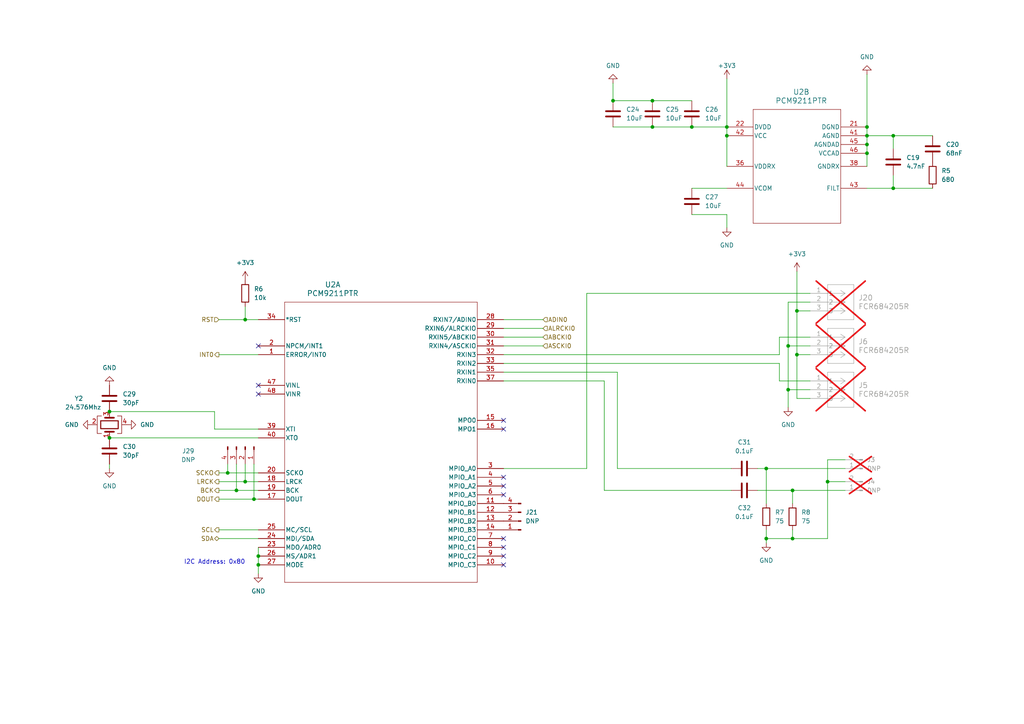
<source format=kicad_sch>
(kicad_sch (version 20230121) (generator eeschema)
  (paper "A4")
  (lib_symbols
    (symbol "Endstufe:+3V3" (power) (pin_names (offset 0))
      (property "Value" "+3V3" (at 0 3.556 0))
      (symbol "+3V3_0_1"
        (polyline (pts (xy -0.762 1.27) (xy 0 2.54)))
        (polyline (pts (xy 0 0) (xy 0 2.54)))
        (polyline (pts (xy 0 2.54) (xy 0.762 1.27)))
      )
      (symbol "+3V3_1_1"
        (pin power_in line (at 0 0 90) (length 0) hide (name "+3V3") (number "1"))
      )
    )
    (symbol "Endstufe:C" (pin_numbers hide) (pin_names (offset 0.254))
      (property "Reference" "C" (at 0.635 2.54 0))
      (property "Value" "C" (at 0.635 -2.54 0))
      (symbol "C_0_1"
        (polyline (pts (xy -2.032 -0.762) (xy 2.032 -0.762)) (stroke (width 0.508)))
        (polyline (pts (xy -2.032 0.762) (xy 2.032 0.762)) (stroke (width 0.508)))
      )
      (symbol "C_1_1"
        (pin passive line (at 0 3.81 270) (length 2.794) (name "~") (number "1"))
        (pin passive line (at 0 -3.81 90) (length 2.794) (name "~") (number "2"))
      )
    )
    (symbol "Endstufe:Conn_01x02_Pin" (pin_names (offset 1.016) hide)
      (property "Reference" "J" (at 0 2.54 0))
      (property "Value" "Conn_01x02_Pin" (at 0 -5.08 0))
      (symbol "Conn_01x02_Pin_1_1"
        (polyline (pts (xy 1.27 -2.54) (xy 0.8636 -2.54)) (stroke (width 0.1524)))
        (polyline (pts (xy 1.27 0) (xy 0.8636 0)) (stroke (width 0.1524)))
        (rectangle (start 0.8636 -2.413) (end 0 -2.667) (stroke (width 0.1524)) (fill (type outline)))
        (rectangle (start 0.8636 0.127) (end 0 -0.127) (stroke (width 0.1524)) (fill (type outline)))
        (pin passive line (at 5.08 0 180) (length 3.81) (name "Pin_1") (number "1"))
        (pin passive line (at 5.08 -2.54 180) (length 3.81) (name "Pin_2") (number "2"))
      )
    )
    (symbol "Endstufe:Conn_01x04_Pin" (pin_names (offset 1.016) hide)
      (property "Reference" "J" (at 0 5.08 0))
      (property "Value" "Conn_01x04_Pin" (at 0 -7.62 0))
      (symbol "Conn_01x04_Pin_1_1"
        (polyline (pts (xy 1.27 -5.08) (xy 0.8636 -5.08)) (stroke (width 0.1524)))
        (polyline (pts (xy 1.27 -2.54) (xy 0.8636 -2.54)) (stroke (width 0.1524)))
        (polyline (pts (xy 1.27 0) (xy 0.8636 0)) (stroke (width 0.1524)))
        (polyline (pts (xy 1.27 2.54) (xy 0.8636 2.54)) (stroke (width 0.1524)))
        (rectangle (start 0.8636 -4.953) (end 0 -5.207) (stroke (width 0.1524)) (fill (type outline)))
        (rectangle (start 0.8636 -2.413) (end 0 -2.667) (stroke (width 0.1524)) (fill (type outline)))
        (rectangle (start 0.8636 0.127) (end 0 -0.127) (stroke (width 0.1524)) (fill (type outline)))
        (rectangle (start 0.8636 2.667) (end 0 2.413) (stroke (width 0.1524)) (fill (type outline)))
        (pin passive line (at 5.08 2.54 180) (length 3.81) (name "Pin_1") (number "1"))
        (pin passive line (at 5.08 0 180) (length 3.81) (name "Pin_2") (number "2"))
        (pin passive line (at 5.08 -2.54 180) (length 3.81) (name "Pin_3") (number "3"))
        (pin passive line (at 5.08 -5.08 180) (length 3.81) (name "Pin_4") (number "4"))
      )
    )
    (symbol "Endstufe:Crystal_GND24" (pin_names (offset 1.016) hide)
      (property "Reference" "Y" (at 3.175 5.08 0))
      (property "Value" "Crystal_GND24" (at 3.175 3.175 0))
      (symbol "Crystal_GND24_0_1"
        (rectangle (start -1.143 2.54) (end 1.143 -2.54) (stroke (width 0.3048)))
        (polyline (pts (xy -2.54 0) (xy -2.032 0)))
        (polyline (pts (xy -2.032 -1.27) (xy -2.032 1.27)) (stroke (width 0.508)))
        (polyline (pts (xy 0 -3.81) (xy 0 -3.556)))
        (polyline (pts (xy 0 3.556) (xy 0 3.81)))
        (polyline (pts (xy 2.032 -1.27) (xy 2.032 1.27)) (stroke (width 0.508)))
        (polyline (pts (xy 2.032 0) (xy 2.54 0)))
        (polyline (pts (xy -2.54 -2.286) (xy -2.54 -3.556) (xy 2.54 -3.556) (xy 2.54 -2.286)))
        (polyline (pts (xy -2.54 2.286) (xy -2.54 3.556) (xy 2.54 3.556) (xy 2.54 2.286)))
      )
      (symbol "Crystal_GND24_1_1"
        (pin passive line (at -3.81 0 0) (length 1.27) (name "1") (number "1"))
        (pin passive line (at 0 5.08 270) (length 1.27) (name "2") (number "2"))
        (pin passive line (at 3.81 0 180) (length 1.27) (name "3") (number "3"))
        (pin passive line (at 0 -5.08 90) (length 1.27) (name "4") (number "4"))
      )
    )
    (symbol "Endstufe:FCR684205R" (pin_names (offset 0.254))
      (property "Reference" "J" (at 8.89 6.35 0))
      (property "Value" "FCR684205R" (at 0 0 0))
      (symbol "FCR684205R_1_1"
        (polyline (pts (xy 5.08 -7.62) (xy 12.7 -7.62)) (stroke (width 0.127)))
        (polyline (pts (xy 5.08 2.54) (xy 5.08 -7.62)) (stroke (width 0.127)))
        (polyline (pts (xy 10.16 -5.08) (xy 5.08 -5.08)) (stroke (width 0.127)))
        (polyline (pts (xy 10.16 -5.08) (xy 8.89 -5.9267)) (stroke (width 0.127)))
        (polyline (pts (xy 10.16 -5.08) (xy 8.89 -4.2333)) (stroke (width 0.127)))
        (polyline (pts (xy 10.16 -2.54) (xy 5.08 -2.54)) (stroke (width 0.127)))
        (polyline (pts (xy 10.16 -2.54) (xy 8.89 -3.3867)) (stroke (width 0.127)))
        (polyline (pts (xy 10.16 -2.54) (xy 8.89 -1.6933)) (stroke (width 0.127)))
        (polyline (pts (xy 10.16 0) (xy 5.08 0)) (stroke (width 0.127)))
        (polyline (pts (xy 10.16 0) (xy 8.89 -0.8467)) (stroke (width 0.127)))
        (polyline (pts (xy 10.16 0) (xy 8.89 0.8467)) (stroke (width 0.127)))
        (polyline (pts (xy 12.7 -7.62) (xy 12.7 2.54)) (stroke (width 0.127)))
        (polyline (pts (xy 12.7 2.54) (xy 5.08 2.54)) (stroke (width 0.127)))
        (pin output line (at 0 0 0) (length 5.08) (name "1") (number "1"))
        (pin power_in line (at 0 -2.54 0) (length 5.08) (name "2") (number "2"))
        (pin power_in line (at 0 -5.08 0) (length 5.08) (name "3") (number "3"))
      )
      (symbol "FCR684205R_1_2"
        (polyline (pts (xy 5.08 -7.62) (xy 12.7 -7.62)) (stroke (width 0.127)))
        (polyline (pts (xy 5.08 2.54) (xy 5.08 -7.62)) (stroke (width 0.127)))
        (polyline (pts (xy 7.62 -5.08) (xy 5.08 -5.08)) (stroke (width 0.127)))
        (polyline (pts (xy 7.62 -5.08) (xy 8.89 -5.9267)) (stroke (width 0.127)))
        (polyline (pts (xy 7.62 -5.08) (xy 8.89 -4.2333)) (stroke (width 0.127)))
        (polyline (pts (xy 7.62 -2.54) (xy 5.08 -2.54)) (stroke (width 0.127)))
        (polyline (pts (xy 7.62 -2.54) (xy 8.89 -3.3867)) (stroke (width 0.127)))
        (polyline (pts (xy 7.62 -2.54) (xy 8.89 -1.6933)) (stroke (width 0.127)))
        (polyline (pts (xy 7.62 0) (xy 5.08 0)) (stroke (width 0.127)))
        (polyline (pts (xy 7.62 0) (xy 8.89 -0.8467)) (stroke (width 0.127)))
        (polyline (pts (xy 7.62 0) (xy 8.89 0.8467)) (stroke (width 0.127)))
        (polyline (pts (xy 12.7 -7.62) (xy 12.7 2.54)) (stroke (width 0.127)))
        (polyline (pts (xy 12.7 2.54) (xy 5.08 2.54)) (stroke (width 0.127)))
        (pin output line (at 0 0 0) (length 5.08) (name "1") (number "1"))
        (pin power_in line (at 0 -2.54 0) (length 5.08) (name "2") (number "2"))
        (pin power_in line (at 0 -5.08 0) (length 5.08) (name "3") (number "3"))
      )
    )
    (symbol "Endstufe:GND" (power) (pin_names (offset 0))
      (property "Value" "GND" (at 0 -3.81 0))
      (symbol "GND_0_1"
        (polyline (pts (xy 0 0) (xy 0 -1.27) (xy 1.27 -1.27) (xy 0 -2.54) (xy -1.27 -1.27) (xy 0 -1.27)))
      )
      (symbol "GND_1_1"
        (pin power_in line (at 0 0 270) (length 0) hide (name "GND") (number "1"))
      )
    )
    (symbol "Endstufe:PCM9211PTR" (pin_names (offset 0.254))
      (property "Reference" "U2" (at 21.59 10.16 0))
      (property "Value" "PCM9211PTR" (at 21.59 7.62 0))
      (symbol "PCM9211PTR_1_1"
        (polyline (pts (xy 7.62 -76.2) (xy 63.5 -76.2)) (stroke (width 0.127)))
        (polyline (pts (xy 7.62 5.08) (xy 7.62 -76.2)) (stroke (width 0.127)))
        (polyline (pts (xy 63.5 -76.2) (xy 63.5 5.08)) (stroke (width 0.127)))
        (polyline (pts (xy 63.5 5.08) (xy 7.62 5.08)) (stroke (width 0.127)))
        (pin output line (at 0 -10.16 0) (length 7.62) (name "ERROR/INT0") (number "1"))
        (pin bidirectional line (at 71.12 -71.12 180) (length 7.62) (name "MPIO_C3") (number "10"))
        (pin bidirectional line (at 71.12 -53.34 180) (length 7.62) (name "MPIO_B0") (number "11"))
        (pin bidirectional line (at 71.12 -55.88 180) (length 7.62) (name "MPIO_B1") (number "12"))
        (pin bidirectional line (at 71.12 -58.42 180) (length 7.62) (name "MPIO_B2") (number "13"))
        (pin bidirectional line (at 71.12 -60.96 180) (length 7.62) (name "MPIO_B3") (number "14"))
        (pin output line (at 71.12 -29.21 180) (length 7.62) (name "MPO0") (number "15"))
        (pin output line (at 71.12 -31.75 180) (length 7.62) (name "MPO1") (number "16"))
        (pin output line (at 0 -52.07 0) (length 7.62) (name "DOUT") (number "17"))
        (pin output line (at 0 -46.99 0) (length 7.62) (name "LRCK") (number "18"))
        (pin output line (at 0 -49.53 0) (length 7.62) (name "BCK") (number "19"))
        (pin output line (at 0 -7.62 0) (length 7.62) (name "NPCM/INT1") (number "2"))
        (pin output line (at 0 -44.45 0) (length 7.62) (name "SCKO") (number "20"))
        (pin bidirectional line (at 0 -66.04 0) (length 7.62) (name "MDO/ADR0") (number "23"))
        (pin bidirectional line (at 0 -63.5 0) (length 7.62) (name "MDI/SDA") (number "24"))
        (pin input line (at 0 -60.96 0) (length 7.62) (name "MC/SCL") (number "25"))
        (pin input line (at 0 -68.58 0) (length 7.62) (name "MS/ADR1") (number "26"))
        (pin input line (at 0 -71.12 0) (length 7.62) (name "MODE") (number "27"))
        (pin input line (at 71.12 0 180) (length 7.62) (name "RXIN7/ADIN0") (number "28"))
        (pin input line (at 71.12 -2.54 180) (length 7.62) (name "RXIN6/ALRCKIO") (number "29"))
        (pin bidirectional line (at 71.12 -43.18 180) (length 7.62) (name "MPIO_A0") (number "3"))
        (pin input line (at 71.12 -5.08 180) (length 7.62) (name "RXIN5/ABCKIO") (number "30"))
        (pin input line (at 71.12 -7.62 180) (length 7.62) (name "RXIN4/ASCKIO") (number "31"))
        (pin input line (at 71.12 -10.16 180) (length 7.62) (name "RXIN3") (number "32"))
        (pin input line (at 71.12 -12.7 180) (length 7.62) (name "RXIN2") (number "33"))
        (pin input line (at 0 0 0) (length 7.62) (name "*RST") (number "34"))
        (pin input line (at 71.12 -15.24 180) (length 7.62) (name "RXIN1") (number "35"))
        (pin input line (at 71.12 -17.78 180) (length 7.62) (name "RXIN0") (number "37"))
        (pin input line (at 0 -31.75 0) (length 7.62) (name "XTI") (number "39"))
        (pin bidirectional line (at 71.12 -45.72 180) (length 7.62) (name "MPIO_A1") (number "4"))
        (pin output line (at 0 -34.29 0) (length 7.62) (name "XTO") (number "40"))
        (pin input line (at 0 -19.05 0) (length 7.62) (name "VINL") (number "47"))
        (pin input line (at 0 -21.59 0) (length 7.62) (name "VINR") (number "48"))
        (pin bidirectional line (at 71.12 -48.26 180) (length 7.62) (name "MPIO_A2") (number "5"))
        (pin bidirectional line (at 71.12 -50.8 180) (length 7.62) (name "MPIO_A3") (number "6"))
        (pin bidirectional line (at 71.12 -63.5 180) (length 7.62) (name "MPIO_C0") (number "7"))
        (pin bidirectional line (at 71.12 -66.04 180) (length 7.62) (name "MPIO_C1") (number "8"))
        (pin bidirectional line (at 71.12 -68.58 180) (length 7.62) (name "MPIO_C2") (number "9"))
      )
      (symbol "PCM9211PTR_2_1"
        (polyline (pts (xy 7.62 -27.94) (xy 33.02 -27.94)) (stroke (width 0.127)))
        (polyline (pts (xy 7.62 5.08) (xy 7.62 -27.94)) (stroke (width 0.127)))
        (polyline (pts (xy 33.02 -27.94) (xy 33.02 5.08)) (stroke (width 0.127)))
        (polyline (pts (xy 33.02 5.08) (xy 7.62 5.08)) (stroke (width 0.127)))
        (pin power_in line (at 40.64 0 180) (length 7.62) (name "DGND") (number "21"))
        (pin power_in line (at 0 0 0) (length 7.62) (name "DVDD") (number "22"))
        (pin power_in line (at 0 -11.43 0) (length 7.62) (name "VDDRX") (number "36"))
        (pin power_in line (at 40.64 -11.43 180) (length 7.62) (name "GNDRX") (number "38"))
        (pin power_in line (at 40.64 -2.54 180) (length 7.62) (name "AGND") (number "41"))
        (pin power_in line (at 0 -2.54 0) (length 7.62) (name "VCC") (number "42"))
        (pin output line (at 40.64 -17.78 180) (length 7.62) (name "FILT") (number "43"))
        (pin output line (at 0 -17.78 0) (length 7.62) (name "VCOM") (number "44"))
        (pin power_in line (at 40.64 -5.08 180) (length 7.62) (name "AGNDAD") (number "45"))
        (pin power_in line (at 40.64 -7.62 180) (length 7.62) (name "VCCAD") (number "46"))
      )
    )
    (symbol "Endstufe:R" (pin_numbers hide) (pin_names (offset 0))
      (property "Reference" "R" (at 2.032 0 90))
      (property "Value" "R" (at 0 0 90))
      (symbol "R_0_1"
        (rectangle (start -1.016 -2.54) (end 1.016 2.54) (stroke (width 0.254)))
      )
      (symbol "R_1_1"
        (pin passive line (at 0 3.81 270) (length 1.27) (name "~") (number "1"))
        (pin passive line (at 0 -3.81 90) (length 1.27) (name "~") (number "2"))
      )
    )
    (symbol "PCM9211PTR_1" (pin_names (offset 0.254))
      (property "Reference" "U2" (at 21.59 10.16 0))
      (property "Value" "PCM9211PTR" (at 21.59 7.62 0))
      (symbol "PCM9211PTR_1_1_1"
        (polyline (pts (xy 7.62 -76.2) (xy 63.5 -76.2)) (stroke (width 0.127)))
        (polyline (pts (xy 7.62 5.08) (xy 7.62 -76.2)) (stroke (width 0.127)))
        (polyline (pts (xy 63.5 -76.2) (xy 63.5 5.08)) (stroke (width 0.127)))
        (polyline (pts (xy 63.5 5.08) (xy 7.62 5.08)) (stroke (width 0.127)))
        (pin output line (at 0 -10.16 0) (length 7.62) (name "ERROR/INT0") (number "1"))
        (pin bidirectional line (at 71.12 -71.12 180) (length 7.62) (name "MPIO_C3") (number "10"))
        (pin bidirectional line (at 71.12 -53.34 180) (length 7.62) (name "MPIO_B0") (number "11"))
        (pin bidirectional line (at 71.12 -55.88 180) (length 7.62) (name "MPIO_B1") (number "12"))
        (pin bidirectional line (at 71.12 -58.42 180) (length 7.62) (name "MPIO_B2") (number "13"))
        (pin bidirectional line (at 71.12 -60.96 180) (length 7.62) (name "MPIO_B3") (number "14"))
        (pin output line (at 71.12 -29.21 180) (length 7.62) (name "MPO0") (number "15"))
        (pin output line (at 71.12 -31.75 180) (length 7.62) (name "MPO1") (number "16"))
        (pin output line (at 0 -52.07 0) (length 7.62) (name "DOUT") (number "17"))
        (pin output line (at 0 -46.99 0) (length 7.62) (name "LRCK") (number "18"))
        (pin output line (at 0 -49.53 0) (length 7.62) (name "BCK") (number "19"))
        (pin output line (at 0 -7.62 0) (length 7.62) (name "NPCM/INT1") (number "2"))
        (pin output line (at 0 -44.45 0) (length 7.62) (name "SCKO") (number "20"))
        (pin bidirectional line (at 0 -66.04 0) (length 7.62) (name "MDO/ADR0") (number "23"))
        (pin bidirectional line (at 0 -63.5 0) (length 7.62) (name "MDI/SDA") (number "24"))
        (pin input line (at 0 -60.96 0) (length 7.62) (name "MC/SCL") (number "25"))
        (pin input line (at 0 -68.58 0) (length 7.62) (name "MS/ADR1") (number "26"))
        (pin input line (at 0 -71.12 0) (length 7.62) (name "MODE") (number "27"))
        (pin input line (at 71.12 0 180) (length 7.62) (name "RXIN7/ADIN0") (number "28"))
        (pin input line (at 71.12 -2.54 180) (length 7.62) (name "RXIN6/ALRCKIO") (number "29"))
        (pin bidirectional line (at 71.12 -43.18 180) (length 7.62) (name "MPIO_A0") (number "3"))
        (pin input line (at 71.12 -5.08 180) (length 7.62) (name "RXIN5/ABCKIO") (number "30"))
        (pin input line (at 71.12 -7.62 180) (length 7.62) (name "RXIN4/ASCKIO") (number "31"))
        (pin input line (at 71.12 -10.16 180) (length 7.62) (name "RXIN3") (number "32"))
        (pin input line (at 71.12 -12.7 180) (length 7.62) (name "RXIN2") (number "33"))
        (pin input line (at 0 0 0) (length 7.62) (name "*RST") (number "34"))
        (pin input line (at 71.12 -15.24 180) (length 7.62) (name "RXIN1") (number "35"))
        (pin input line (at 71.12 -17.78 180) (length 7.62) (name "RXIN0") (number "37"))
        (pin input line (at 0 -31.75 0) (length 7.62) (name "XTI") (number "39"))
        (pin bidirectional line (at 71.12 -45.72 180) (length 7.62) (name "MPIO_A1") (number "4"))
        (pin output line (at 0 -34.29 0) (length 7.62) (name "XTO") (number "40"))
        (pin input line (at 0 -19.05 0) (length 7.62) (name "VINL") (number "47"))
        (pin input line (at 0 -21.59 0) (length 7.62) (name "VINR") (number "48"))
        (pin bidirectional line (at 71.12 -48.26 180) (length 7.62) (name "MPIO_A2") (number "5"))
        (pin bidirectional line (at 71.12 -50.8 180) (length 7.62) (name "MPIO_A3") (number "6"))
        (pin bidirectional line (at 71.12 -63.5 180) (length 7.62) (name "MPIO_C0") (number "7"))
        (pin bidirectional line (at 71.12 -66.04 180) (length 7.62) (name "MPIO_C1") (number "8"))
        (pin bidirectional line (at 71.12 -68.58 180) (length 7.62) (name "MPIO_C2") (number "9"))
      )
      (symbol "PCM9211PTR_1_2_1"
        (polyline (pts (xy 7.62 -27.94) (xy 33.02 -27.94)) (stroke (width 0.127)))
        (polyline (pts (xy 7.62 5.08) (xy 7.62 -27.94)) (stroke (width 0.127)))
        (polyline (pts (xy 33.02 -27.94) (xy 33.02 5.08)) (stroke (width 0.127)))
        (polyline (pts (xy 33.02 5.08) (xy 7.62 5.08)) (stroke (width 0.127)))
        (pin power_in line (at 40.64 0 180) (length 7.62) (name "DGND") (number "21"))
        (pin power_in line (at 0 0 0) (length 7.62) (name "DVDD") (number "22"))
        (pin power_in line (at 0 -11.43 0) (length 7.62) (name "VDDRX") (number "36"))
        (pin power_in line (at 40.64 -11.43 180) (length 7.62) (name "GNDRX") (number "38"))
        (pin power_in line (at 40.64 -2.54 180) (length 7.62) (name "AGND") (number "41"))
        (pin power_in line (at 0 -2.54 0) (length 7.62) (name "VCC") (number "42"))
        (pin output line (at 40.64 -17.78 180) (length 7.62) (name "FILT") (number "43"))
        (pin output line (at 0 -17.78 0) (length 7.62) (name "VCOM") (number "44"))
        (pin power_in line (at 40.64 -5.08 180) (length 7.62) (name "AGNDAD") (number "45"))
        (pin power_in line (at 40.64 -7.62 180) (length 7.62) (name "VCCAD") (number "46"))
      )
    )
  )
  (junction (at 231.14 102.87))
  (junction (at 177.8 29.21))
  (junction (at 189.23 36.83))
  (junction (at 68.58 142.24))
  (junction (at 31.75 119.38))
  (junction (at 240.03 139.7))
  (junction (at 251.46 41.91))
  (junction (at 229.87 156.21))
  (junction (at 228.6 113.03))
  (junction (at 231.14 90.17))
  (junction (at 259.08 39.37))
  (junction (at 222.25 135.89))
  (junction (at 200.66 36.83))
  (junction (at 229.87 142.24))
  (junction (at 259.08 54.61))
  (junction (at 210.82 36.83))
  (junction (at 74.93 161.29))
  (junction (at 71.12 92.71))
  (junction (at 189.23 29.21))
  (junction (at 251.46 36.83))
  (junction (at 251.46 39.37))
  (junction (at 31.75 127))
  (junction (at 73.66 144.78))
  (junction (at 251.46 44.45))
  (junction (at 210.82 39.37))
  (junction (at 228.6 100.33))
  (junction (at 222.25 156.21))
  (junction (at 74.93 163.83))
  (junction (at 71.12 139.7))
  (junction (at 66.04 137.16))
  (no_connect (at 146.05 156.21))
  (no_connect (at 74.93 111.76))
  (no_connect (at 146.05 124.46))
  (no_connect (at 146.05 121.92))
  (no_connect (at 146.05 158.75))
  (no_connect (at 146.05 140.97))
  (no_connect (at 146.05 163.83))
  (no_connect (at 74.93 100.33))
  (no_connect (at 146.05 161.29))
  (no_connect (at 146.05 138.43))
  (no_connect (at 74.93 114.3))
  (no_connect (at 146.05 143.51))
  (wire (pts (xy 179.07 107.95) (xy 146.05 107.95)))
  (wire (pts (xy 189.23 36.83) (xy 200.66 36.83)))
  (wire (pts (xy 73.66 134.62) (xy 73.66 144.78)))
  (wire (pts (xy 259.08 54.61) (xy 270.51 54.61)))
  (wire (pts (xy 222.25 157.48) (xy 222.25 156.21)))
  (wire (pts (xy 251.46 41.91) (xy 251.46 44.45)))
  (wire (pts (xy 245.11 133.35) (xy 240.03 133.35)))
  (wire (pts (xy 240.03 139.7) (xy 240.03 156.21)))
  (wire (pts (xy 231.14 78.74) (xy 231.14 90.17)))
  (wire (pts (xy 71.12 134.62) (xy 71.12 139.7)))
  (wire (pts (xy 251.46 54.61) (xy 259.08 54.61)))
  (wire (pts (xy 229.87 153.67) (xy 229.87 156.21)))
  (wire (pts (xy 229.87 142.24) (xy 219.71 142.24)))
  (wire (pts (xy 231.14 102.87) (xy 231.14 115.57)))
  (wire (pts (xy 63.5 139.7) (xy 71.12 139.7)))
  (wire (pts (xy 234.95 85.09) (xy 170.18 85.09)))
  (wire (pts (xy 31.75 135.89) (xy 31.75 134.62)))
  (wire (pts (xy 222.25 146.05) (xy 222.25 135.89)))
  (wire (pts (xy 228.6 87.63) (xy 228.6 100.33)))
  (wire (pts (xy 231.14 90.17) (xy 231.14 102.87)))
  (wire (pts (xy 71.12 92.71) (xy 74.93 92.71)))
  (wire (pts (xy 234.95 97.79) (xy 226.06 97.79)))
  (wire (pts (xy 31.75 127) (xy 74.93 127)))
  (wire (pts (xy 226.06 102.87) (xy 146.05 102.87)))
  (wire (pts (xy 68.58 142.24) (xy 74.93 142.24)))
  (wire (pts (xy 251.46 21.59) (xy 251.46 36.83)))
  (wire (pts (xy 259.08 39.37) (xy 259.08 43.18)))
  (wire (pts (xy 210.82 22.86) (xy 210.82 36.83)))
  (wire (pts (xy 240.03 156.21) (xy 229.87 156.21)))
  (wire (pts (xy 74.93 161.29) (xy 74.93 163.83)))
  (wire (pts (xy 210.82 66.04) (xy 210.82 62.23)))
  (wire (pts (xy 259.08 54.61) (xy 259.08 50.8)))
  (wire (pts (xy 170.18 85.09) (xy 170.18 135.89)))
  (wire (pts (xy 200.66 36.83) (xy 210.82 36.83)))
  (wire (pts (xy 74.93 166.37) (xy 74.93 163.83)))
  (wire (pts (xy 66.04 134.62) (xy 66.04 137.16)))
  (wire (pts (xy 73.66 144.78) (xy 74.93 144.78)))
  (wire (pts (xy 226.06 110.49) (xy 234.95 110.49)))
  (wire (pts (xy 251.46 36.83) (xy 251.46 39.37)))
  (wire (pts (xy 228.6 100.33) (xy 228.6 113.03)))
  (wire (pts (xy 231.14 115.57) (xy 234.95 115.57)))
  (wire (pts (xy 229.87 146.05) (xy 229.87 142.24)))
  (wire (pts (xy 157.48 100.33) (xy 146.05 100.33)))
  (wire (pts (xy 179.07 135.89) (xy 179.07 107.95)))
  (wire (pts (xy 175.26 142.24) (xy 212.09 142.24)))
  (wire (pts (xy 222.25 135.89) (xy 245.11 135.89)))
  (wire (pts (xy 222.25 135.89) (xy 219.71 135.89)))
  (wire (pts (xy 63.5 153.67) (xy 74.93 153.67)))
  (wire (pts (xy 146.05 105.41) (xy 226.06 105.41)))
  (wire (pts (xy 63.5 92.71) (xy 71.12 92.71)))
  (wire (pts (xy 234.95 100.33) (xy 228.6 100.33)))
  (wire (pts (xy 240.03 139.7) (xy 245.11 139.7)))
  (wire (pts (xy 157.48 97.79) (xy 146.05 97.79)))
  (wire (pts (xy 228.6 113.03) (xy 234.95 113.03)))
  (wire (pts (xy 71.12 139.7) (xy 74.93 139.7)))
  (wire (pts (xy 62.23 124.46) (xy 74.93 124.46)))
  (wire (pts (xy 231.14 90.17) (xy 234.95 90.17)))
  (wire (pts (xy 210.82 62.23) (xy 200.66 62.23)))
  (wire (pts (xy 74.93 158.75) (xy 74.93 161.29)))
  (wire (pts (xy 66.04 137.16) (xy 74.93 137.16)))
  (wire (pts (xy 62.23 119.38) (xy 62.23 124.46)))
  (wire (pts (xy 222.25 156.21) (xy 222.25 153.67)))
  (wire (pts (xy 175.26 110.49) (xy 175.26 142.24)))
  (wire (pts (xy 212.09 135.89) (xy 179.07 135.89)))
  (wire (pts (xy 63.5 144.78) (xy 73.66 144.78)))
  (wire (pts (xy 177.8 24.13) (xy 177.8 29.21)))
  (wire (pts (xy 259.08 39.37) (xy 270.51 39.37)))
  (wire (pts (xy 226.06 105.41) (xy 226.06 110.49)))
  (wire (pts (xy 226.06 97.79) (xy 226.06 102.87)))
  (wire (pts (xy 63.5 156.21) (xy 74.93 156.21)))
  (wire (pts (xy 229.87 142.24) (xy 245.11 142.24)))
  (wire (pts (xy 200.66 54.61) (xy 210.82 54.61)))
  (wire (pts (xy 170.18 135.89) (xy 146.05 135.89)))
  (wire (pts (xy 71.12 88.9) (xy 71.12 92.71)))
  (wire (pts (xy 251.46 39.37) (xy 259.08 39.37)))
  (wire (pts (xy 189.23 29.21) (xy 200.66 29.21)))
  (wire (pts (xy 222.25 156.21) (xy 229.87 156.21)))
  (wire (pts (xy 251.46 44.45) (xy 251.46 48.26)))
  (wire (pts (xy 177.8 29.21) (xy 189.23 29.21)))
  (wire (pts (xy 210.82 36.83) (xy 210.82 39.37)))
  (wire (pts (xy 157.48 92.71) (xy 146.05 92.71)))
  (wire (pts (xy 234.95 102.87) (xy 231.14 102.87)))
  (wire (pts (xy 234.95 87.63) (xy 228.6 87.63)))
  (wire (pts (xy 175.26 110.49) (xy 146.05 110.49)))
  (wire (pts (xy 177.8 36.83) (xy 189.23 36.83)))
  (wire (pts (xy 210.82 39.37) (xy 210.82 48.26)))
  (wire (pts (xy 63.5 102.87) (xy 74.93 102.87)))
  (wire (pts (xy 63.5 142.24) (xy 68.58 142.24)))
  (wire (pts (xy 157.48 95.25) (xy 146.05 95.25)))
  (wire (pts (xy 63.5 137.16) (xy 66.04 137.16)))
  (wire (pts (xy 240.03 133.35) (xy 240.03 139.7)))
  (wire (pts (xy 31.75 119.38) (xy 62.23 119.38)))
  (wire (pts (xy 228.6 118.11) (xy 228.6 113.03)))
  (wire (pts (xy 68.58 134.62) (xy 68.58 142.24)))
  (wire (pts (xy 251.46 39.37) (xy 251.46 41.91)))
  (text "I2C Address: 0x80" (at 53.34 163.83 0) (effects (font (size 1.27 1.27)) (justify left bottom)))
  (hierarchical_label "SCKO" (shape output) (at 63.5 137.16 180))
  (hierarchical_label "LRCK" (shape output) (at 63.5 139.7 180))
  (hierarchical_label "INT0" (shape output) (at 63.5 102.87 180))
  (hierarchical_label "RST" (shape input) (at 63.5 92.71 180))
  (hierarchical_label "SDA" (shape bidirectional) (at 63.5 156.21 180))
  (hierarchical_label "ABCKI0" (shape input) (at 157.48 97.79 0))
  (hierarchical_label "BCK" (shape output) (at 63.5 142.24 180))
  (hierarchical_label "ASCKI0" (shape input) (at 157.48 100.33 0))
  (hierarchical_label "DOUT" (shape output) (at 63.5 144.78 180))
  (hierarchical_label "SCL" (shape output) (at 63.5 153.67 180))
  (hierarchical_label "ADIN0" (shape input) (at 157.48 92.71 0))
  (hierarchical_label "ALRCKI0" (shape input) (at 157.48 95.25 0))
  (symbol (lib_id "Endstufe:Conn_01x04_Pin") (at 71.12 129.54 270) (unit 1)
    (property "Reference" "J29" (at 54.61 130.81 90))
    (property "Value" "DNP" (at 54.61 133.35 90))
    (property "Footprint" "Endstufe:PinHeader_1x04_P2.54mm_Vertical" (effects hide))
    (property "LCSC Part #" "-" (effects hide))
  )
  (symbol (lib_id "Endstufe:GND") (at 177.8 24.13 180) (unit 1)
    (property "Reference" "#PWR015" (effects hide))
    (property "Value" "GND" (at 177.8 19.05 0))
  )
  (symbol (lib_id "Endstufe:Conn_01x02_Pin") (at 250.19 142.24 180) (unit 1) (dnp yes)
    (property "Reference" "J4" (at 251.46 139.7 0) (effects (justify right)))
    (property "Value" "DNP" (at 251.46 142.24 0) (effects (justify right)))
    (property "Footprint" "Endstufe:PinHeader_1x02_P2.54mm_Vertical" (effects hide))
    (property "LCSC Part #" "-" (effects hide))
  )
  (symbol (lib_id "Endstufe:R") (at 270.51 50.8 0) (unit 1)
    (property "Reference" "R5" (at 273.05 49.53 0) (effects (justify left)))
    (property "Value" "680" (at 273.05 52.07 0) (effects (justify left)))
    (property "Footprint" "Endstufe:R_0402_1005Metric" (effects hide))
    (property "LCSC Part #" "C852886" (effects hide))
  )
  (symbol (lib_id "Endstufe:FCR684205R") (at 234.95 85.09 0) (unit 1) (dnp yes)
    (property "Reference" "J20" (at 248.92 86.36 0) (effects (font (size 1.524 1.524)) (justify left)))
    (property "Value" "FCR684205R" (at 248.92 88.9 0) (effects (font (size 1.524 1.524)) (justify left)))
    (property "Footprint" "Endstufe:CONN3_FCR684205R_CLF" (effects hide))
    (property "Datasheet" "https://mm.digikey.com/Volume0/opasdata/d220001/medias/docus/3763/FCR684205R.pdf" (effects hide))
    (property "LCSC Part #" "-" (effects hide))
  )
  (symbol (lib_id "Endstufe:GND") (at 26.67 123.19 270) (unit 1)
    (property "Reference" "#PWR018" (effects hide))
    (property "Value" "GND" (at 22.86 123.19 90) (effects (justify right)))
  )
  (symbol (lib_id "Endstufe:+3V3") (at 71.12 81.28 0) (unit 1)
    (property "Reference" "#PWR017" (effects hide))
    (property "Value" "+3V3" (at 71.12 76.2 0))
  )
  (symbol (lib_id "Endstufe:GND") (at 31.75 111.76 180) (unit 1)
    (property "Reference" "#PWR020" (effects hide))
    (property "Value" "GND" (at 31.75 106.68 0))
  )
  (symbol (lib_id "Endstufe:C") (at 200.66 33.02 0) (unit 1)
    (property "Reference" "C26" (at 204.47 31.75 0) (effects (justify left)))
    (property "Value" "10uF" (at 204.47 34.29 0) (effects (justify left)))
    (property "Footprint" "Endstufe:C_0402_1005Metric" (effects hide))
    (property "LCSC Part #" "C15525" (effects hide))
  )
  (symbol (lib_id "Endstufe:GND") (at 210.82 66.04 0) (unit 1)
    (property "Reference" "#PWR016" (effects hide))
    (property "Value" "GND" (at 210.82 71.12 0))
  )
  (symbol (lib_id "Endstufe:C") (at 215.9 135.89 90) (unit 1)
    (property "Reference" "C31" (at 215.9 128.27 90))
    (property "Value" "0.1uF" (at 215.9 130.81 90))
    (property "Footprint" "Endstufe:C_0603_1608Metric" (effects hide))
    (property "LCSC Part #" "C913912" (effects hide))
  )
  (symbol (lib_id "Endstufe:C") (at 200.66 58.42 0) (unit 1)
    (property "Reference" "C27" (at 204.47 57.15 0) (effects (justify left)))
    (property "Value" "10uF" (at 204.47 59.69 0) (effects (justify left)))
    (property "Footprint" "Endstufe:C_0402_1005Metric" (effects hide))
    (property "LCSC Part #" "C15525" (effects hide))
  )
  (symbol (lib_id "Endstufe:Crystal_GND24") (at 31.75 123.19 90) (unit 1)
    (property "Reference" "Y2" (at 22.86 115.57 90))
    (property "Value" "24.576Mhz" (at 24.13 118.11 90))
    (property "Footprint" "Endstufe:OSC-SMD_4P-L3.2-W2.5-BL" (effects hide))
    (property "LCSC Part #" "C2901683" (effects hide))
  )
  (symbol (lib_id "Endstufe:FCR684205R") (at 234.95 110.49 0) (unit 1) (dnp yes)
    (property "Reference" "J5" (at 248.92 111.76 0) (effects (font (size 1.524 1.524)) (justify left)))
    (property "Value" "FCR684205R" (at 248.92 114.3 0) (effects (font (size 1.524 1.524)) (justify left)))
    (property "Footprint" "Endstufe:CONN3_FCR684205R_CLF" (effects hide))
    (property "Datasheet" "https://mm.digikey.com/Volume0/opasdata/d220001/medias/docus/3763/FCR684205R.pdf" (effects hide))
    (property "LCSC Part #" "-" (effects hide))
  )
  (symbol (lib_id "Endstufe:Conn_01x02_Pin") (at 250.19 135.89 180) (unit 1) (dnp yes)
    (property "Reference" "J3" (at 251.46 133.35 0) (effects (justify right)))
    (property "Value" "DNP" (at 251.46 135.89 0) (effects (justify right)))
    (property "Footprint" "Endstufe:PinHeader_1x02_P2.54mm_Vertical" (effects hide))
    (property "LCSC Part #" "-" (effects hide))
  )
  (symbol (lib_id "Endstufe:+3V3") (at 210.82 22.86 0) (unit 1)
    (property "Reference" "#PWR014" (effects hide))
    (property "Value" "+3V3" (at 210.82 19.05 0))
  )
  (symbol (lib_id "Endstufe:GND") (at 228.6 118.11 0) (unit 1)
    (property "Reference" "#PWR024" (effects hide))
    (property "Value" "GND" (at 228.6 123.19 0))
  )
  (symbol (lib_id "Endstufe:R") (at 222.25 149.86 0) (unit 1)
    (property "Reference" "R7" (at 224.79 148.59 0) (effects (justify left)))
    (property "Value" "75" (at 224.79 151.13 0) (effects (justify left)))
    (property "Footprint" "Endstufe:R_0603_1608Metric" (effects hide))
    (property "LCSC Part #" "C4275" (effects hide))
  )
  (symbol (lib_id "Endstufe:GND") (at 222.25 157.48 0) (unit 1)
    (property "Reference" "#PWR023" (effects hide))
    (property "Value" "GND" (at 222.25 162.56 0))
  )
  (symbol (lib_id "Endstufe:Conn_01x04_Pin") (at 151.13 151.13 180) (unit 1)
    (property "Reference" "J21" (at 152.4 148.59 0) (effects (justify right)))
    (property "Value" "DNP" (at 152.4 151.13 0) (effects (justify right)))
    (property "Footprint" "Endstufe:PinHeader_1x04_P2.54mm_Vertical" (effects hide))
    (property "LCSC Part #" "-" (effects hide))
  )
  (symbol (lib_id "Endstufe:C") (at 259.08 46.99 180) (unit 1)
    (property "Reference" "C19" (at 262.89 45.72 0) (effects (justify right)))
    (property "Value" "4.7nF" (at 262.89 48.26 0) (effects (justify right)))
    (property "Footprint" "Endstufe:C_0402_1005Metric" (effects hide))
    (property "LCSC Part #" "C1518204" (effects hide))
  )
  (symbol (lib_id "Endstufe:C") (at 189.23 33.02 0) (unit 1)
    (property "Reference" "C25" (at 193.04 31.75 0) (effects (justify left)))
    (property "Value" "10uF" (at 193.04 34.29 0) (effects (justify left)))
    (property "Footprint" "Endstufe:C_0402_1005Metric" (effects hide))
    (property "LCSC Part #" "C15525" (effects hide))
  )
  (symbol (lib_id "Endstufe:R") (at 71.12 85.09 180) (unit 1)
    (property "Reference" "R6" (at 73.66 83.82 0) (effects (justify right)))
    (property "Value" "10k" (at 73.66 86.36 0) (effects (justify right)))
    (property "Footprint" "Endstufe:R_0402_1005Metric" (effects hide))
    (property "LCSC Part #" "C25744" (effects hide))
  )
  (symbol (lib_id "Endstufe:FCR684205R") (at 234.95 97.79 0) (unit 1) (dnp yes)
    (property "Reference" "J6" (at 248.92 99.06 0) (effects (font (size 1.524 1.524)) (justify left)))
    (property "Value" "FCR684205R" (at 248.92 101.6 0) (effects (font (size 1.524 1.524)) (justify left)))
    (property "Footprint" "Endstufe:CONN3_FCR684205R_CLF" (effects hide))
    (property "Datasheet" "https://mm.digikey.com/Volume0/opasdata/d220001/medias/docus/3763/FCR684205R.pdf" (effects hide))
    (property "LCSC Part #" "-" (effects hide))
  )
  (symbol (lib_id "Endstufe:C") (at 177.8 33.02 0) (unit 1)
    (property "Reference" "C24" (at 181.61 31.75 0) (effects (justify left)))
    (property "Value" "10uF" (at 181.61 34.29 0) (effects (justify left)))
    (property "Footprint" "Endstufe:C_0402_1005Metric" (effects hide))
    (property "LCSC Part #" "C15525" (effects hide))
  )
  (symbol (lib_id "Endstufe:GND") (at 36.83 123.19 90) (unit 1)
    (property "Reference" "#PWR019" (effects hide))
    (property "Value" "GND" (at 40.64 123.19 90) (effects (justify right)))
  )
  (symbol (lib_id "Endstufe:+3V3") (at 231.14 78.74 0) (unit 1)
    (property "Reference" "#PWR025" (effects hide))
    (property "Value" "+3V3" (at 231.14 73.66 0))
  )
  (symbol (lib_id "Endstufe:PCM9211PTR") (at 210.82 36.83 0) (unit 2)
    (property "Reference" "U2" (at 232.41 26.67 0) (effects (font (size 1.524 1.524))))
    (property "Value" "PCM9211PTR" (at 232.41 29.21 0) (effects (font (size 1.524 1.524))))
    (property "Footprint" "Endstufe:TQFP-48_L7.0-W7.0-P0.50-LS9.0-TL" (effects hide))
    (property "Datasheet" "PCM9211PTR" (effects hide))
    (property "LCSC Part #" "C181660" (effects hide))
  )
  (symbol (lib_id "Endstufe:GND") (at 251.46 21.59 180) (unit 1)
    (property "Reference" "#PWR013" (effects hide))
    (property "Value" "GND" (at 251.46 16.51 0))
  )
  (symbol (lib_id "Endstufe:C") (at 215.9 142.24 90) (unit 1)
    (property "Reference" "C32" (at 215.9 147.32 90))
    (property "Value" "0.1uF" (at 215.9 149.86 90))
    (property "Footprint" "Endstufe:C_0603_1608Metric" (effects hide))
    (property "LCSC Part #" "C913912" (effects hide))
  )
  (symbol (lib_id "Endstufe:R") (at 229.87 149.86 0) (unit 1)
    (property "Reference" "R8" (at 232.41 148.59 0) (effects (justify left)))
    (property "Value" "75" (at 232.41 151.13 0) (effects (justify left)))
    (property "Footprint" "Endstufe:R_0603_1608Metric" (effects hide))
    (property "LCSC Part #" "C4275" (effects hide))
  )
  (symbol (lib_id "Endstufe:GND") (at 74.93 166.37 0) (unit 1)
    (property "Reference" "#PWR022" (effects hide))
    (property "Value" "GND" (at 74.93 171.45 0))
  )
  (symbol (lib_name "PCM9211PTR_1") (lib_id "Endstufe:PCM9211PTR_1") (at 74.93 92.71 0) (unit 1)
    (property "Reference" "U2" (at 96.52 82.55 0) (effects (font (size 1.524 1.524))))
    (property "Value" "PCM9211PTR" (at 96.52 85.09 0) (effects (font (size 1.524 1.524))))
    (property "Footprint" "Endstufe:TQFP-48_L7.0-W7.0-P0.50-LS9.0-TL" (effects hide))
    (property "Datasheet" "PCM9211PTR" (effects hide))
    (property "LCSC Part #" "C181660" (effects hide))
  )
  (symbol (lib_id "Endstufe:C") (at 31.75 115.57 0) (unit 1)
    (property "Reference" "C29" (at 35.56 114.3 0) (effects (justify left)))
    (property "Value" "30pF" (at 35.56 116.84 0) (effects (justify left)))
    (property "Footprint" "Endstufe:C_0402_1005Metric" (effects hide))
    (property "LCSC Part #" "C458861" (effects hide))
  )
  (symbol (lib_id "Endstufe:C") (at 31.75 130.81 0) (unit 1)
    (property "Reference" "C30" (at 35.56 129.54 0) (effects (justify left)))
    (property "Value" "30pF" (at 35.56 132.08 0) (effects (justify left)))
    (property "Footprint" "Endstufe:C_0402_1005Metric" (effects hide))
    (property "LCSC Part #" "C458861" (effects hide))
  )
  (symbol (lib_id "Endstufe:C") (at 270.51 43.18 0) (unit 1)
    (property "Reference" "C20" (at 274.32 41.91 0) (effects (justify left)))
    (property "Value" "68nF" (at 274.32 44.45 0) (effects (justify left)))
    (property "Footprint" "Endstufe:C_1206_3216Metric" (effects hide))
    (property "LCSC Part #" "C361177" (effects hide))
  )
  (symbol (lib_id "Endstufe:GND") (at 31.75 135.89 0) (unit 1)
    (property "Reference" "#PWR021" (effects hide))
    (property "Value" "GND" (at 31.75 140.97 0))
  )
)
</source>
